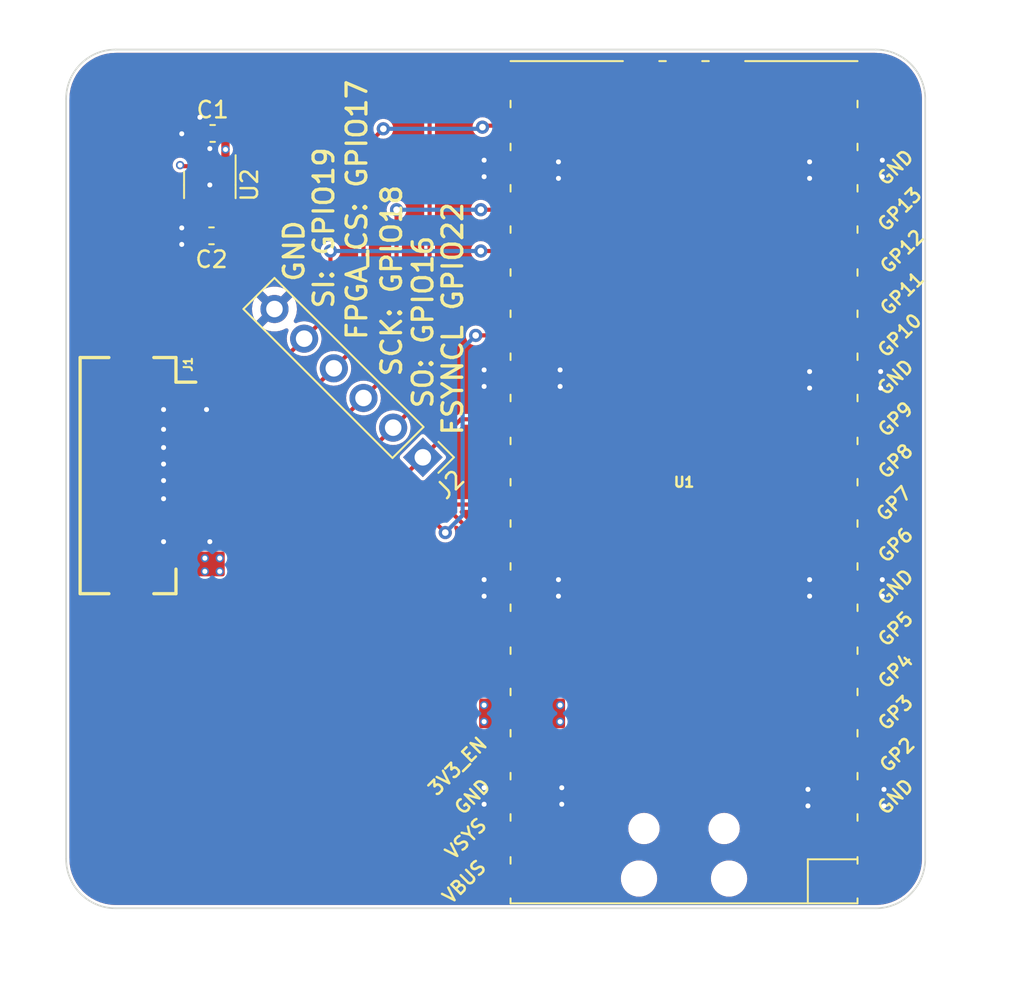
<source format=kicad_pcb>
(kicad_pcb (version 20211014) (generator pcbnew)
  (layers (0 "F.Cu" signal) (1 "In1.Cu" signal) (2 "In2.Cu" signal) (31 "B.Cu" signal) (34 "B.Paste" user) (35 "F.Paste" user) (36 "B.SilkS" user "B.Silkscreen") (37 "F.SilkS" user "F.Silkscreen") (38 "B.Mask" user) (39 "F.Mask" user) (44 "Edge.Cuts" user))
  (net 0 "")
  (net 1 "GND")
  (net 2 "+3V3")
  (net 3 "+1V2")
  (net 24 "+5V")
  (net 25 "VBUS")
  (net 27 "FPGA_SI")
  (net 28 "FPGA_CS")
  (net 29 "FPGA_SCK")
  (net 30 "FPGA_SO")
  (net 31 "FSYNC")
  (net 32 "FPGA_CDONE")
  (net 33 "FPGA_RST")
  (net 34 "IMU_CS")
  (net 35 "IMU1_INT")
  (footprint "Package_TO_SOT_SMD:SOT-23-5" (layer "F.Cu") (at 134.7 75.2 -90)
    (fp_text reference "U2" (at 0 -2.4 90) (layer "F.SilkS"))
    (fp_text value "LP5907MFX-1.2")
    (fp_line (start 0 1.56) (end 0.8 1.56) (layer "F.SilkS") (width 0.12))
    (fp_line (start 0 1.56) (end -0.8 1.56) (layer "F.SilkS") (width 0.12))
    (fp_line (start 0 -1.56) (end 0.8 -1.56) (layer "F.SilkS") (width 0.12))
    (fp_line (start 0 -1.56) (end -1.8 -1.56) (layer "F.SilkS") (width 0.12))
    (pad "1" smd roundrect (at -1.1375 -0.95 270) (size 1.325 0.6) (layers "F.Cu" "F.Paste" "F.Mask") (net 2 "+3V3"))
    (pad "2" smd roundrect (at -1.1375 0 270) (size 1.325 0.6) (layers "F.Cu" "F.Paste" "F.Mask") (net 1 "GND"))
    (pad "3" smd roundrect (at -1.1375 0.95 270) (size 1.325 0.6) (layers "F.Cu" "F.Paste" "F.Mask") (net 2 "+3V3"))
    (pad "4" smd roundrect (at 1.1375 0.95 270) (size 1.325 0.6) (layers "F.Cu" "F.Paste" "F.Mask"))
    (pad "5" smd roundrect (at 1.1375 -0.95 270) (size 1.325 0.6) (layers "F.Cu" "F.Paste" "F.Mask") (net 3 "+1V2"))
  )
  (footprint "Capacitor_SMD:C_0603_1608Metric" (layer "F.Cu") (at 134.8 78.28 180)
    (fp_text reference "C2" (at 0 -1.43) (layer "F.SilkS"))
    (fp_text value "4.7uF")
    (fp_line (start -0.14058 -0.51) (end 0.14058 -0.51) (layer "F.SilkS") (width 0.12))
    (fp_line (start -0.14058 0.51) (end 0.14058 0.51) (layer "F.SilkS") (width 0.12))
    (pad "1" smd roundrect (at -0.775 0 180) (size 0.9 0.95) (layers "F.Cu" "F.Paste" "F.Mask") (net 3 "+1V2"))
    (pad "2" smd roundrect (at 0.775 0 180) (size 0.9 0.95) (layers "F.Cu" "F.Paste" "F.Mask") (net 1 "GND"))
  )
  (footprint "Capacitor_SMD:C_0603_1608Metric" (layer "F.Cu") (at 134.87 72.08)
    (fp_text reference "C1" (at 0 -1.43) (layer "F.SilkS"))
    (fp_text value "4.7uF")
    (fp_line (start -0.14058 -0.51) (end 0.14058 -0.51) (layer "F.SilkS") (width 0.12))
    (fp_line (start -0.14058 0.51) (end 0.14058 0.51) (layer "F.SilkS") (width 0.12))
    (pad "1" smd roundrect (at -0.775 0) (size 0.9 0.95) (layers "F.Cu" "F.Paste" "F.Mask") (net 1 "GND"))
    (pad "2" smd roundrect (at 0.775 0) (size 0.9 0.95) (layers "F.Cu" "F.Paste" "F.Mask") (net 2 "+3V3"))
  )
  (footprint "Connector_FFC-FPC:Hirose_FH12-22S-0.5SH_1x22-1MP_P0.50mm_Horizontal" (layer "F.Cu") (at 131.35 92.8 -90)
    (fp_text reference "J1" (at -6.7375 -2.0375 90) (layer "F.SilkS") (effects (font (size 0.5 0.5))))
    (fp_text value "Conn_01x22_Shielded")
    (fp_line (start -5.66 -1.3) (end -5.66 -2.5) (layer "F.SilkS") (width 0.2))
    (fp_line (start -7.15 2.76) (end -7.15 4.5) (layer "F.SilkS") (width 0.2))
    (fp_line (start 5.66 -1.3) (end 7.15 -1.3) (layer "F.SilkS") (width 0.2))
    (fp_line (start -7.15 -1.3) (end -7.15 0.04) (layer "F.SilkS") (width 0.2))
    (fp_line (start 7.15 -1.3) (end 7.15 0.04) (layer "F.SilkS") (width 0.2))
    (fp_line (start -7.15 4.5) (end 7.15 4.5) (layer "F.SilkS") (width 0.2))
    (fp_line (start -5.66 -1.3) (end -7.15 -1.3) (layer "F.SilkS") (width 0.2))
    (fp_line (start 7.15 4.5) (end 7.15 2.76) (layer "F.SilkS") (width 0.2))
    (pad "1" smd rect (at -5.25 -1.85 270) (size 0.3 1.3) (layers "F.Cu" "F.Paste" "F.Mask") (net 3 "+1V2"))
    (pad "2" smd rect (at -4.75 -1.85 270) (size 0.3 1.3) (layers "F.Cu" "F.Paste" "F.Mask") (net 3 "+1V2"))
    (pad "3" smd rect (at -4.25 -1.85 270) (size 0.3 1.3) (layers "F.Cu" "F.Paste" "F.Mask") (net 1 "GND"))
    (pad "4" smd rect (at -3.75 -1.85 270) (size 0.3 1.3) (layers "F.Cu" "F.Paste" "F.Mask") (net 1 "GND"))
    (pad "5" smd rect (at -3.25 -1.85 270) (size 0.3 1.3) (layers "F.Cu" "F.Paste" "F.Mask") (net 27 "FPGA_SI"))
    (pad "6" smd rect (at -2.75 -1.85 270) (size 0.3 1.3) (layers "F.Cu" "F.Paste" "F.Mask") (net 1 "GND"))
    (pad "7" smd rect (at -2.25 -1.85 270) (size 0.3 1.3) (layers "F.Cu" "F.Paste" "F.Mask") (net 28 "FPGA_CS"))
    (pad "8" smd rect (at -1.75 -1.85 270) (size 0.3 1.3) (layers "F.Cu" "F.Paste" "F.Mask") (net 1 "GND"))
    (pad "9" smd rect (at -1.25 -1.85 270) (size 0.3 1.3) (layers "F.Cu" "F.Paste" "F.Mask") (net 29 "FPGA_SCK"))
    (pad "10" smd rect (at -0.75 -1.85 270) (size 0.3 1.3) (layers "F.Cu" "F.Paste" "F.Mask") (net 1 "GND"))
    (pad "11" smd rect (at -0.25 -1.85 270) (size 0.3 1.3) (layers "F.Cu" "F.Paste" "F.Mask") (net 30 "FPGA_SO"))
    (pad "12" smd rect (at 0.25 -1.85 270) (size 0.3 1.3) (layers "F.Cu" "F.Paste" "F.Mask") (net 1 "GND"))
    (pad "13" smd rect (at 0.75 -1.85 270) (size 0.3 1.3) (layers "F.Cu" "F.Paste" "F.Mask") (net 31 "FSYNC"))
    (pad "14" smd rect (at 1.25 -1.85 270) (size 0.3 1.3) (layers "F.Cu" "F.Paste" "F.Mask") (net 1 "GND"))
    (pad "15" smd rect (at 1.75 -1.85 270) (size 0.3 1.3) (layers "F.Cu" "F.Paste" "F.Mask") (net 32 "FPGA_CDONE"))
    (pad "16" smd rect (at 2.25 -1.85 270) (size 0.3 1.3) (layers "F.Cu" "F.Paste" "F.Mask") (net 33 "FPGA_RST"))
    (pad "17" smd rect (at 2.75 -1.85 270) (size 0.3 1.3) (layers "F.Cu" "F.Paste" "F.Mask") (net 34 "IMU_CS"))
    (pad "18" smd rect (at 3.25 -1.85 270) (size 0.3 1.3) (layers "F.Cu" "F.Paste" "F.Mask") (net 35 "IMU1_INT"))
    (pad "19" smd rect (at 3.75 -1.85 270) (size 0.3 1.3) (layers "F.Cu" "F.Paste" "F.Mask") (net 1 "GND"))
    (pad "20" smd rect (at 4.25 -1.85 270) (size 0.3 1.3) (layers "F.Cu" "F.Paste" "F.Mask") (net 1 "GND"))
    (pad "21" smd rect (at 4.75 -1.85 270) (size 0.3 1.3) (layers "F.Cu" "F.Paste" "F.Mask") (net 2 "+3V3"))
    (pad "22" smd rect (at 5.25 -1.85 270) (size 0.3 1.3) (layers "F.Cu" "F.Paste" "F.Mask") (net 2 "+3V3"))
    (pad "MP" smd rect (at -7.15 1.4 270) (size 1.8 2.2) (layers "F.Cu" "F.Paste" "F.Mask"))
    (pad "MP" smd rect (at 7.15 1.4 270) (size 1.8 2.2) (layers "F.Cu" "F.Paste" "F.Mask"))
  )
  (footprint "Connector_PinHeader_2.54mm:PinHeader_1x06_P2.54mm_Vertical" (layer "F.Cu") (at 147.592102 91.692102 -135)
    (fp_text reference "J2" (at 0 -2.33 45) (layer "F.SilkS"))
    (fp_text value "Conn_01x06")
    (fp_line (start -1.33 0) (end -1.33 -1.33) (layer "F.SilkS") (width 0.12))
    (fp_line (start -1.33 1.27) (end 1.33 1.27) (layer "F.SilkS") (width 0.12))
    (fp_line (start -1.33 14.03) (end 1.33 14.03) (layer "F.SilkS") (width 0.12))
    (fp_line (start -1.33 -1.33) (end 0 -1.33) (layer "F.SilkS") (width 0.12))
    (fp_line (start 1.33 1.27) (end 1.33 14.03) (layer "F.SilkS") (width 0.12))
    (fp_line (start -1.33 1.27) (end -1.33 14.03) (layer "F.SilkS") (width 0.12))
    (pad "1" thru_hole rect (at 0 0 225) (size 1.7 1.7) (drill 1) (layers *.Cu *.Mask) (net 31 "FSYNC"))
    (pad "2" thru_hole oval (at 0 2.54 225) (size 1.7 1.7) (drill 1) (layers *.Cu *.Mask) (net 30 "FPGA_SO"))
    (pad "3" thru_hole oval (at 0 5.08 225) (size 1.7 1.7) (drill 1) (layers *.Cu *.Mask) (net 29 "FPGA_SCK"))
    (pad "4" thru_hole oval (at 0 7.62 225) (size 1.7 1.7) (drill 1) (layers *.Cu *.Mask) (net 28 "FPGA_CS"))
    (pad "5" thru_hole oval (at 0 10.16 225) (size 1.7 1.7) (drill 1) (layers *.Cu *.Mask) (net 27 "FPGA_SI"))
    (pad "6" thru_hole oval (at 0 12.7 225) (size 1.7 1.7) (drill 1) (layers *.Cu *.Mask) (net 1 "GND"))
  )
  (footprint "MCU_RaspberryPi_and_Boards:RPi_Pico_SMD_TH" (layer "F.Cu") (at 163.4 93.2 180)
    (fp_text reference "U1" (at 0 0) (layer "F.SilkS") (effects (font (size 0.6 0.6) (thickness 0.2))))
    (fp_text value "Pico")
    (fp_text user "GP11" (at -13.2 11.43 45) (layer "F.SilkS") (effects (font (size 0.8 0.8))))
    (fp_text user "GND" (at 12.8 -19.05 45) (layer "F.SilkS") (effects (font (size 0.8 0.8))))
    (fp_text user "GP5" (at -12.8 -8.89 45) (layer "F.SilkS") (effects (font (size 0.8 0.8))))
    (fp_text user "VSYS" (at 13.2 -21.59 45) (layer "F.SilkS") (effects (font (size 0.8 0.8))))
    (fp_text user "3V3_EN" (at 13.7 -17.2 45) (layer "F.SilkS") (effects (font (size 0.8 0.8))))
    (fp_text user "GP12" (at -13.2 13.97 45) (layer "F.SilkS") (effects (font (size 0.8 0.8))))
    (fp_text user "GND" (at -12.8 -19.05 45) (layer "F.SilkS") (effects (font (size 0.8 0.8))))
    (fp_text user "GP8" (at -12.8 1.27 45) (layer "F.SilkS") (effects (font (size 0.8 0.8))))
    (fp_text user "GP10" (at -13.054 8.89 45) (layer "F.SilkS") (effects (font (size 0.8 0.8))))
    (fp_text user "GP2" (at -12.9 -16.51 45) (layer "F.SilkS") (effects (font (size 0.8 0.8))))
    (fp_text user "GP4" (at -12.8 -11.43 45) (layer "F.SilkS") (effects (font (size 0.8 0.8))))
    (fp_text user "GP13" (at -13.054 16.51 45) (layer "F.SilkS") (effects (font (size 0.8 0.8))))
    (fp_text user "GP3" (at -12.8 -13.97 45) (layer "F.SilkS") (effects (font (size 0.8 0.8))))
    (fp_text user "GP7" (at -12.7 -1.3 45) (layer "F.SilkS") (effects (font (size 0.8 0.8))))
    (fp_text user "GND" (at -12.8 -6.35 45) (layer "F.SilkS") (effects (font (size 0.8 0.8))))
    (fp_text user "GP6" (at -12.8 -3.81 45) (layer "F.SilkS") (effects (font (size 0.8 0.8))))
    (fp_text user "VBUS" (at 13.3 -24.2 45) (layer "F.SilkS") (effects (font (size 0.8 0.8))))
    (fp_text user "GP9" (at -12.8 3.81 45) (layer "F.SilkS") (effects (font (size 0.8 0.8))))
    (fp_text user "GND" (at -12.8 6.35 45) (layer "F.SilkS") (effects (font (size 0.8 0.8))))
    (fp_text user "GND" (at -12.8 19.05 45) (layer "F.SilkS") (effects (font (size 0.8 0.8))))
    (fp_line (start -10.5 -0.2) (end -10.5 0.2) (layer "F.SilkS") (width 0.12))
    (fp_line (start 10.5 20.1) (end 10.5 20.5) (layer "F.SilkS") (width 0.12))
    (fp_line (start 10.5 12.5) (end 10.5 12.9) (layer "F.SilkS") (width 0.12))
    (fp_line (start -10.5 4.9) (end -10.5 5.3) (layer "F.SilkS") (width 0.12))
    (fp_line (start 10.5 -0.2) (end 10.5 0.2) (layer "F.SilkS") (width 0.12))
    (fp_line (start -10.5 15.1) (end -10.5 15.5) (layer "F.SilkS") (width 0.12))
    (fp_line (start -10.5 -22.833) (end -7.493 -22.833) (layer "F.SilkS") (width 0.12))
    (fp_line (start 10.5 10) (end 10.5 10.4) (layer "F.SilkS") (width 0.12))
    (fp_line (start 10.5 4.9) (end 10.5 5.3) (layer "F.SilkS") (width 0.12))
    (fp_line (start -10.5 17.6) (end -10.5 18) (layer "F.SilkS") (width 0.12))
    (fp_line (start -7.493 -22.833) (end -7.493 -25.5) (layer "F.SilkS") (width 0.12))
    (fp_line (start 10.5 25.5) (end 3.7 25.5) (layer "F.SilkS") (width 0.12))
    (fp_line (start 10.5 -12.9) (end 10.5 -12.5) (layer "F.SilkS") (width 0.12))
    (fp_line (start 10.5 15.1) (end 10.5 15.5) (layer "F.SilkS") (width 0.12))
    (fp_line (start -10.5 -20.5) (end -10.5 -20.1) (layer "F.SilkS") (width 0.12))
    (fp_line (start 1.1 25.5) (end 1.5 25.5) (layer "F.SilkS") (width 0.12))
    (fp_line (start -10.5 -18) (end -10.5 -17.6) (layer "F.SilkS") (width 0.12))
    (fp_line (start -10.5 2.3) (end -10.5 2.7) (layer "F.SilkS") (width 0.12))
    (fp_line (start 10.5 17.6) (end 10.5 18) (layer "F.SilkS") (width 0.12))
    (fp_line (start 10.5 -10.4) (end 10.5 -10) (layer "F.SilkS") (width 0.12))
    (fp_line (start 10.5 -20.5) (end 10.5 -20.1) (layer "F.SilkS") (width 0.12))
    (fp_line (start -10.5 -5.3) (end -10.5 -4.9) (layer "F.SilkS") (width 0.12))
    (fp_line (start -10.5 12.5) (end -10.5 12.9) (layer "F.SilkS") (width 0.12))
    (fp_line (start -10.5 22.7) (end -10.5 23.1) (layer "F.SilkS") (width 0.12))
    (fp_line (start -10.5 -15.4) (end -10.5 -15) (layer "F.SilkS") (width 0.12))
    (fp_line (start -10.5 -2.7) (end -10.5 -2.3) (layer "F.SilkS") (width 0.12))
    (fp_line (start -10.5 20.1) (end -10.5 20.5) (layer "F.SilkS") (width 0.12))
    (fp_line (start 10.5 -5.3) (end 10.5 -4.9) (layer "F.SilkS") (width 0.12))
    (fp_line (start 10.5 -23.1) (end 10.5 -22.7) (layer "F.SilkS") (width 0.12))
    (fp_line (start 10.5 -15.4) (end 10.5 -15) (layer "F.SilkS") (width 0.12))
    (fp_line (start -1.5 25.5) (end -1.1 25.5) (layer "F.SilkS") (width 0.12))
    (fp_line (start -10.5 7.4) (end -10.5 7.8) (layer "F.SilkS") (width 0.12))
    (fp_line (start 10.5 -7.8) (end 10.5 -7.4) (layer "F.SilkS") (width 0.12))
    (fp_line (start -10.5 -25.5) (end 10.5 -25.5) (layer "F.SilkS") (width 0.12))
    (fp_line (start 10.5 -2.7) (end 10.5 -2.3) (layer "F.SilkS") (width 0.12))
    (fp_line (start 10.5 22.7) (end 10.5 23.1) (layer "F.SilkS") (width 0.12))
    (fp_line (start 10.5 7.4) (end 10.5 7.8) (layer "F.SilkS") (width 0.12))
    (fp_line (start -10.5 -7.8) (end -10.5 -7.4) (layer "F.SilkS") (width 0.12))
    (fp_line (start -3.7 25.5) (end -10.5 25.5) (layer "F.SilkS") (width 0.12))
    (fp_line (start 10.5 2.3) (end 10.5 2.7) (layer "F.SilkS") (width 0.12))
    (fp_line (start 10.5 -18) (end 10.5 -17.6) (layer "F.SilkS") (width 0.12))
    (fp_line (start -10.5 10) (end -10.5 10.4) (layer "F.SilkS") (width 0.12))
    (fp_line (start -10.5 -10.4) (end -10.5 -10) (layer "F.SilkS") (width 0.12))
    (fp_line (start -10.5 -23.1) (end -10.5 -22.7) (layer "F.SilkS") (width 0.12))
    (fp_line (start -10.5 -12.9) (end -10.5 -12.5) (layer "F.SilkS") (width 0.12))
    (fp_line (start -10.5 -25.5) (end -10.5 -25.2) (layer "F.SilkS") (width 0.12))
    (fp_line (start 10.5 -25.5) (end 10.5 -25.2) (layer "F.SilkS") (width 0.12))
    (pad "" np_thru_hole oval (at 2.725 -24 180) (size 1.8 1.8) (drill 1.8) (layers F&B.Cu *.Mask))
    (pad "" np_thru_hole oval (at 2.425 -20.97 180) (size 1.5 1.5) (drill 1.5) (layers F&B.Cu *.Mask))
    (pad "" np_thru_hole oval (at -2.425 -20.97 180) (size 1.5 1.5) (drill 1.5) (layers F&B.Cu *.Mask))
    (pad "" np_thru_hole oval (at -2.725 -24 180) (size 1.8 1.8) (drill 1.8) (layers F&B.Cu *.Mask))
    (pad "1" smd rect (at -8.89 -24.13 180) (size 3.5 1.7) (drill (offset -0.9 0)) (layers "F.Cu" "F.Mask"))
    (pad "2" smd rect (at -8.89 -21.59 180) (size 3.5 1.7) (drill (offset -0.9 0)) (layers "F.Cu" "F.Mask"))
    (pad "3" smd rect (at -8.89 -19.05 180) (size 3.5 1.7) (drill (offset -0.9 0)) (layers "F.Cu" "F.Mask") (net 1 "GND"))
    (pad "4" smd rect (at -8.89 -16.51 180) (size 3.5 1.7) (drill (offset -0.9 0)) (layers "F.Cu" "F.Mask"))
    (pad "5" smd rect (at -8.89 -13.97 180) (size 3.5 1.7) (drill (offset -0.9 0)) (layers "F.Cu" "F.Mask"))
    (pad "6" smd rect (at -8.89 -11.43 180) (size 3.5 1.7) (drill (offset -0.9 0)) (layers "F.Cu" "F.Mask"))
    (pad "7" smd rect (at -8.89 -8.89 180) (size 3.5 1.7) (drill (offset -0.9 0)) (layers "F.Cu" "F.Mask"))
    (pad "8" smd rect (at -8.89 -6.35 180) (size 3.5 1.7) (drill (offset -0.9 0)) (layers "F.Cu" "F.Mask") (net 1 "GND"))
    (pad "9" smd rect (at -8.89 -3.81 180) (size 3.5 1.7) (drill (offset -0.9 0)) (layers "F.Cu" "F.Mask"))
    (pad "10" smd rect (at -8.89 -1.27 180) (size 3.5 1.7) (drill (offset -0.9 0)) (layers "F.Cu" "F.Mask"))
    (pad "11" smd rect (at -8.89 1.27 180) (size 3.5 1.7) (drill (offset -0.9 0)) (layers "F.Cu" "F.Mask"))
    (pad "12" smd rect (at -8.89 3.81 180) (size 3.5 1.7) (drill (offset -0.9 0)) (layers "F.Cu" "F.Mask"))
    (pad "13" smd rect (at -8.89 6.35 180) (size 3.5 1.7) (drill (offset -0.9 0)) (layers "F.Cu" "F.Mask") (net 1 "GND"))
    (pad "14" smd rect (at -8.89 8.89 180) (size 3.5 1.7) (drill (offset -0.9 0)) (layers "F.Cu" "F.Mask"))
    (pad "15" smd rect (at -8.89 11.43 180) (size 3.5 1.7) (drill (offset -0.9 0)) (layers "F.Cu" "F.Mask"))
    (pad "16" smd rect (at -8.89 13.97 180) (size 3.5 1.7) (drill (offset -0.9 0)) (layers "F.Cu" "F.Mask"))
    (pad "17" smd rect (at -8.89 16.51 180) (size 3.5 1.7) (drill (offset -0.9 0)) (layers "F.Cu" "F.Mask"))
    (pad "18" smd rect (at -8.89 19.05 180) (size 3.5 1.7) (drill (offset -0.9 0)) (layers "F.Cu" "F.Mask") (net 1 "GND"))
    (pad "19" smd rect (at -8.89 21.59 180) (size 3.5 1.7) (drill (offset -0.9 0)) (layers "F.Cu" "F.Mask"))
    (pad "20" smd rect (at -8.89 24.13 180) (size 3.5 1.7) (drill (offset -0.9 0)) (layers "F.Cu" "F.Mask"))
    (pad "21" smd rect (at 8.89 24.13 180) (size 3.5 1.7) (drill (offset 0.9 0)) (layers "F.Cu" "F.Mask") (net 30 "FPGA_SO"))
    (pad "22" smd rect (at 8.89 21.59 180) (size 3.5 1.7) (drill (offset 0.9 0)) (layers "F.Cu" "F.Mask") (net 28 "FPGA_CS"))
    (pad "23" smd rect (at 8.89 19.05 180) (size 3.5 1.7) (drill (offset 0.9 0)) (layers "F.Cu" "F.Mask") (net 1 "GND"))
    (pad "24" smd rect (at 8.89 16.51 180) (size 3.5 1.7) (drill (offset 0.9 0)) (layers "F.Cu" "F.Mask") (net 29 "FPGA_SCK"))
    (pad "25" smd rect (at 8.89 13.97 180) (size 3.5 1.7) (drill (offset 0.9 0)) (layers "F.Cu" "F.Mask") (net 27 "FPGA_SI"))
    (pad "26" smd rect (at 8.89 11.43 180) (size 3.5 1.7) (drill (offset 0.9 0)) (layers "F.Cu" "F.Mask"))
    (pad "27" smd rect (at 8.89 8.89 180) (size 3.5 1.7) (drill (offset 0.9 0)) (layers "F.Cu" "F.Mask") (net 34 "IMU_CS"))
    (pad "28" smd rect (at 8.89 6.35 180) (size 3.5 1.7) (drill (offset 0.9 0)) (layers "F.Cu" "F.Mask") (net 1 "GND"))
    (pad "29" smd rect (at 8.89 3.81 180) (size 3.5 1.7) (drill (offset 0.9 0)) (layers "F.Cu" "F.Mask") (net 31 "FSYNC"))
    (pad "30" smd rect (at 8.89 1.27 180) (size 3.5 1.7) (drill (offset 0.9 0)) (layers "F.Cu" "F.Mask"))
    (pad "31" smd rect (at 8.89 -1.27 180) (size 3.5 1.7) (drill (offset 0.9 0)) (layers "F.Cu" "F.Mask") (net 32 "FPGA_CDONE"))
    (pad "32" smd rect (at 8.89 -3.81 180) (size 3.5 1.7) (drill (offset 0.9 0)) (layers "F.Cu" "F.Mask") (net 33 "FPGA_RST"))
    (pad "33" smd rect (at 8.89 -6.35 180) (size 3.5 1.7) (drill (offset 0.9 0)) (layers "F.Cu" "F.Mask") (net 1 "GND"))
    (pad "34" smd rect (at 8.89 -8.89 180) (size 3.5 1.7) (drill (offset 0.9 0)) (layers "F.Cu" "F.Mask") (net 35 "IMU1_INT"))
    (pad "35" smd rect (at 8.89 -11.43 180) (size 3.5 1.7) (drill (offset 0.9 0)) (layers "F.Cu" "F.Mask"))
    (pad "36" smd rect (at 8.89 -13.97 180) (size 3.5 1.7) (drill (offset 0.9 0)) (layers "F.Cu" "F.Mask") (net 2 "+3V3"))
    (pad "37" smd rect (at 8.89 -16.51 180) (size 3.5 1.7) (drill (offset 0.9 0)) (layers "F.Cu" "F.Mask"))
    (pad "38" smd rect (at 8.89 -19.05 180) (size 3.5 1.7) (drill (offset 0.9 0)) (layers "F.Cu" "F.Mask") (net 1 "GND"))
    (pad "39" smd rect (at 8.89 -21.59 180) (size 3.5 1.7) (drill (offset 0.9 0)) (layers "F.Cu" "F.Mask") (net 24 "+5V"))
    (pad "40" smd rect (at 8.89 -24.13 180) (size 3.5 1.7) (drill (offset 0.9 0)) (layers "F.Cu" "F.Mask") (net 25 "VBUS"))
  )
  (gr_arc (start 129 119) (mid 126.87868 118.12132) (end 126 116) (layer "Edge.Cuts") (width 0.1))
  (gr_line (start 178 116) (end 178 70) (layer "Edge.Cuts") (width 0.1))
  (gr_line (start 129 119) (end 175 119) (layer "Edge.Cuts") (width 0.1))
  (gr_arc (start 175 67) (mid 177.12132 67.87868) (end 178 70) (layer "Edge.Cuts") (width 0.1))
  (gr_line (start 126 116) (end 126 70) (layer "Edge.Cuts") (width 0.1))
  (gr_arc (start 126 70) (mid 126.87868 67.87868) (end 129 67) (layer "Edge.Cuts") (width 0.1))
  (gr_arc (start 178 116) (mid 177.12132 118.12132) (end 175 119) (layer "Edge.Cuts") (width 0.1))
  (gr_line (start 129 67) (end 175 67) (layer "Edge.Cuts") (width 0.1))
  (gr_text "SI: GPIO19" (at 141.6 77.8 90) (layer "F.SilkS") (effects (font (size 1.2 1.2) (thickness 0.2))))
  (gr_text "SCK: GPIO18" (at 145.7 81 90) (layer "F.SilkS") (effects (font (size 1.2 1.2) (thickness 0.2))))
  (gr_text "SO: GPIO16" (at 147.6 83.5 90) (layer "F.SilkS") (effects (font (size 1.2 1.2) (thickness 0.2))))
  (gr_text "GND" (at 139.8 79.2 90) (layer "F.SilkS") (effects (font (size 1.2 1.2) (thickness 0.2))))
  (gr_text "FSYNCL GPIO22" (at 149.4 83.3 90) (layer "F.SilkS") (effects (font (size 1.2 1.2) (thickness 0.2))))
  (gr_text "FPGA_CS: GPIO17" (at 143.6 76.7 90) (layer "F.SilkS") (effects (font (size 1.2 1.2) (thickness 0.2))))
  (via (at 151.3 112.7) (size 0.5032) (drill 0.3) (layers "F.Cu" "B.Cu") (net 1))
  (via (at 151.3 74.7) (size 0.5032) (drill 0.3) (layers "F.Cu" "B.Cu") (net 1))
  (via (at 175.3 86.5) (size 0.5032) (drill 0.3) (layers "F.Cu" "B.Cu") (net 1))
  (via (at 155.8 99.1) (size 0.5032) (drill 0.3) (layers "F.Cu" "B.Cu") (net 1))
  (via (at 175.4 74.7) (size 0.5032) (drill 0.3) (layers "F.Cu" "B.Cu") (net 1))
  (via (at 171 86.5) (size 0.5032) (drill 0.3) (layers "F.Cu" "B.Cu") (net 1))
  (via (at 134.1 71.1) (size 0.5032) (drill 0.3) (layers "F.Cu" "B.Cu") (net 1))
  (via (at 175.4 100.1) (size 0.5032) (drill 0.3) (layers "F.Cu" "B.Cu") (net 1))
  (via (at 155.8 100.1) (size 0.5032) (drill 0.3) (layers "F.Cu" "B.Cu") (net 1))
  (via (at 156 111.7) (size 0.5032) (drill 0.3) (layers "F.Cu" "B.Cu") (net 1))
  (via (at 171 74.8) (size 0.5032) (drill 0.3) (layers "F.Cu" "B.Cu") (net 1))
  (via (at 155.8 73.8) (size 0.5032) (drill 0.3) (layers "F.Cu" "B.Cu") (net 1))
  (via (at 134.7 73) (size 0.5032) (drill 0.3) (layers "F.Cu" "B.Cu") (net 1))
  (via (at 134.5 88.8) (size 0.5032) (drill 0.3) (layers "F.Cu" "B.Cu") (net 1))
  (via (at 133 72.1) (size 0.5032) (drill 0.3) (layers "F.Cu" "B.Cu") (net 1))
  (via (at 151.3 86.4) (size 0.5032) (drill 0.3) (layers "F.Cu" "B.Cu") (net 1))
  (via (at 155.9 87.4) (size 0.5032) (drill 0.3) (layers "F.Cu" "B.Cu") (net 1))
  (via (at 151.3 111.7) (size 0.5032) (drill 0.3) (layers "F.Cu" "B.Cu") (net 1))
  (via (at 156 112.7) (size 0.5032) (drill 0.3) (layers "F.Cu" "B.Cu") (net 1))
  (via (at 131.9 94.2) (size 0.5032) (drill 0.3) (layers "F.Cu" "B.Cu") (net 1))
  (via (at 131.9 91.1) (size 0.5032) (drill 0.3) (layers "F.Cu" "B.Cu") (net 1))
  (via (at 171 87.5) (size 0.5032) (drill 0.3) (layers "F.Cu" "B.Cu") (net 1))
  (via (at 175.4 99.1) (size 0.5032) (drill 0.3) (layers "F.Cu" "B.Cu") (net 1))
  (via (at 170.9 112.8) (size 0.5032) (drill 0.3) (layers "F.Cu" "B.Cu") (net 1))
  (via (at 175.4 73.7) (size 0.5032) (drill 0.3) (layers "F.Cu" "B.Cu") (net 1))
  (via (at 131.9 92.1) (size 0.5032) (drill 0.3) (layers "F.Cu" "B.Cu") (net 1))
  (via (at 175.3 87.5) (size 0.5032) (drill 0.3) (layers "F.Cu" "B.Cu") (net 1))
  (via (at 131.9 88.8) (size 0.5032) (drill 0.3) (layers "F.Cu" "B.Cu") (net 1))
  (via (at 155.9 86.4) (size 0.5032) (drill 0.3) (layers "F.Cu" "B.Cu") (net 1))
  (via (at 155.8 74.8) (size 0.5032) (drill 0.3) (layers "F.Cu" "B.Cu") (net 1))
  (via (at 151.3 99.1) (size 0.5032) (drill 0.3) (layers "F.Cu" "B.Cu") (net 1))
  (via (at 134.7 75.2) (size 0.5032) (drill 0.3) (layers "F.Cu" "B.Cu") (net 1))
  (via (at 171 99.1) (size 0.5032) (drill 0.3) (layers "F.Cu" "B.Cu") (net 1))
  (via (at 131.9 90) (size 0.5032) (drill 0.3) (layers "F.Cu" "B.Cu") (net 1))
  (via (at 151.3 100.1) (size 0.5032) (drill 0.3) (layers "F.Cu" "B.Cu") (net 1))
  (via (at 175.5 112.8) (size 0.5032) (drill 0.3) (layers "F.Cu" "B.Cu") (net 1))
  (via (at 133 78.8) (size 0.5032) (drill 0.3) (layers "F.Cu" "B.Cu") (net 1))
  (via (at 151.3 73.7) (size 0.5032) (drill 0.3) (layers "F.Cu" "B.Cu") (net 1))
  (via (at 175.5 111.8) (size 0.5032) (drill 0.3) (layers "F.Cu" "B.Cu") (net 1))
  (via (at 131.9 93.1) (size 0.5032) (drill 0.3) (layers "F.Cu" "B.Cu") (net 1))
  (via (at 134.7 96.8) (size 0.5032) (drill 0.3) (layers "F.Cu" "B.Cu") (net 1))
  (via (at 171 100.1) (size 0.5032) (drill 0.3) (layers "F.Cu" "B.Cu") (net 1))
  (via (at 171 73.8) (size 0.5032) (drill 0.3) (layers "F.Cu" "B.Cu") (net 1))
  (via (at 133 77.8) (size 0.5032) (drill 0.3) (layers "F.Cu" "B.Cu") (net 1))
  (via (at 131.9 96.8) (size 0.5032) (drill 0.3) (layers "F.Cu" "B.Cu") (net 1))
  (via (at 170.9 111.8) (size 0.5032) (drill 0.3) (layers "F.Cu" "B.Cu") (net 1))
  (via (at 151.3 87.4) (size 0.5032) (drill 0.3) (layers "F.Cu" "B.Cu") (net 1))
  (segment (start 133.75 74.0625) (end 132.9625 74.0625) (width 0.25) (layer "F.Cu") (net 2))
  (segment (start 135.645 74.0575) (end 135.65 74.0625) (width 0.5) (layer "F.Cu") (net 2))
  (segment (start 135.645 72.08) (end 135.645 74.0575) (width 0.5) (layer "F.Cu") (net 2))
  (segment (start 132.9625 74.0625) (end 132.9 74) (width 0.25) (layer "F.Cu") (net 2))
  (via (at 134.4 97.8) (size 0.5032) (drill 0.3) (layers "F.Cu" "B.Cu") (net 2))
  (via (at 132.9 74) (size 0.5032) (drill 0.3) (layers "F.Cu" "B.Cu") (net 2))
  (via (at 151.3 107.7) (size 0.5032) (drill 0.3) (layers "F.Cu" "B.Cu") (net 2))
  (via (at 135.65 73.05) (size 0.5032) (drill 0.3) (layers "F.Cu" "B.Cu") (net 2))
  (via (at 151.3 106.7) (size 0.5032) (drill 0.3) (layers "F.Cu" "B.Cu") (net 2))
  (via (at 155.9 106.7) (size 0.5032) (drill 0.3) (layers "F.Cu" "B.Cu") (net 2))
  (via (at 155.9 107.7) (size 0.5032) (drill 0.3) (layers "F.Cu" "B.Cu") (net 2))
  (via (at 134.4 98.6) (size 0.5032) (drill 0.3) (layers "F.Cu" "B.Cu") (net 2))
  (via (at 135.3 97.8) (size 0.5032) (drill 0.3) (layers "F.Cu" "B.Cu") (net 2))
  (via (at 135.3 98.6) (size 0.5032) (drill 0.3) (layers "F.Cu" "B.Cu") (net 2))
  (segment (start 135.575 76.4125) (end 135.575 86.925) (width 1) (layer "F.Cu") (net 3))
  (segment (start 135.575 78.28) (end 135.65 78.205) (width 0.5) (layer "F.Cu") (net 3))
  (segment (start 135.65 78.205) (end 135.65 76.3375) (width 0.5) (layer "F.Cu") (net 3))
  (segment (start 134.8 87.7) (end 133.8 87.7) (width 1) (layer "F.Cu") (net 3))
  (segment (start 135.575 86.925) (end 134.8 87.7) (width 1) (layer "F.Cu") (net 3))
  (segment (start 135.65 86.05) (end 135.65 78.355) (width 0.5) (layer "F.Cu") (net 3))
  (segment (start 133.5 87.8) (end 133.9 87.8) (width 0.5) (layer "F.Cu") (net 3))
  (segment (start 135.65 78.355) (end 135.575 78.28) (width 0.5) (layer "F.Cu") (net 3))
  (segment (start 151.1 79.2) (end 154.48 79.2) (width 0.25) (layer "F.Cu") (net 27))
  (segment (start 142 82.915794) (end 135.365794 89.55) (width 0.25) (layer "F.Cu") (net 27))
  (segment (start 135.365794 89.55) (end 133.2 89.55) (width 0.25) (layer "F.Cu") (net 27))
  (segment (start 154.48 79.2) (end 154.51 79.23) (width 0.25) (layer "F.Cu") (net 27))
  (segment (start 142 79.2) (end 142 82.915794) (width 0.25) (layer "F.Cu") (net 27))
  (via (at 151.1 79.2) (size 0.8) (drill 0.4) (layers "F.Cu" "B.Cu") (net 27))
  (via (at 142 79.2) (size 0.8) (drill 0.4) (layers "F.Cu" "B.Cu") (net 27))
  (segment (start 142 79.2) (end 151.1 79.2) (width 0.25) (layer "B.Cu") (net 27))
  (segment (start 137.957896 90.55) (end 144 84.507896) (width 0.25) (layer "F.Cu") (net 28))
  (segment (start 151.29 71.61) (end 154.51 71.61) (width 0.25) (layer "F.Cu") (net 28))
  (segment (start 144 84.507896) (end 144 73) (width 0.25) (layer "F.Cu") (net 28))
  (segment (start 144 73) (end 145.2 71.8) (width 0.25) (layer "F.Cu") (net 28))
  (segment (start 151.2 71.7) (end 151.29 71.61) (width 0.25) (layer "F.Cu") (net 28))
  (segment (start 133.2 90.55) (end 137.957896 90.55) (width 0.25) (layer "F.Cu") (net 28))
  (via (at 151.2 71.7) (size 0.8) (drill 0.4) (layers "F.Cu" "B.Cu") (net 28))
  (via (at 145.2 71.8) (size 0.8) (drill 0.4) (layers "F.Cu" "B.Cu") (net 28))
  (segment (start 145.2 71.8) (end 151.1 71.8) (width 0.25) (layer "B.Cu") (net 28))
  (segment (start 151.1 71.8) (end 151.2 71.7) (width 0.25) (layer "B.Cu") (net 28))
  (segment (start 140.55 91.55) (end 133.2 91.55) (width 0.25) (layer "F.Cu") (net 29))
  (segment (start 146 86.1) (end 140.55 91.55) (width 0.25) (layer "F.Cu") (net 29))
  (segment (start 151.1 76.7) (end 154.5 76.7) (width 0.25) (layer "F.Cu") (net 29))
  (segment (start 154.5 76.7) (end 154.51 76.69) (width 0.25) (layer "F.Cu") (net 29))
  (segment (start 146 76.7) (end 146 86.1) (width 0.25) (layer "F.Cu") (net 29))
  (via (at 151.1 76.7) (size 0.8) (drill 0.4) (layers "F.Cu" "B.Cu") (net 29))
  (via (at 146 76.7) (size 0.8) (drill 0.4) (layers "F.Cu" "B.Cu") (net 29))
  (segment (start 146 76.7) (end 151.1 76.7) (width 0.25) (layer "B.Cu") (net 29))
  (segment (start 154.51 69.07) (end 150.23 69.07) (width 0.25) (layer "F.Cu") (net 30))
  (segment (start 150.23 69.07) (end 148 71.3) (width 0.25) (layer "F.Cu") (net 30))
  (segment (start 148 87.692102) (end 143.142102 92.55) (width 0.25) (layer "F.Cu") (net 30))
  (segment (start 143.142102 92.55) (end 133.2 92.55) (width 0.25) (layer "F.Cu") (net 30))
  (segment (start 148 71.3) (end 148 87.692102) (width 0.25) (layer "F.Cu") (net 30))
  (segment (start 145.734204 93.55) (end 149.894204 89.39) (width 0.25) (layer "F.Cu") (net 31))
  (segment (start 133.2 93.55) (end 145.734204 93.55) (width 0.25) (layer "F.Cu") (net 31))
  (segment (start 149.894204 89.39) (end 154.51 89.39) (width 0.25) (layer "F.Cu") (net 31))
  (segment (start 154.43 94.55) (end 154.51 94.47) (width 0.25) (layer "F.Cu") (net 32))
  (segment (start 133.2 94.55) (end 154.43 94.55) (width 0.25) (layer "F.Cu") (net 32))
  (segment (start 151.31 97.01) (end 154.51 97.01) (width 0.25) (layer "F.Cu") (net 33))
  (segment (start 149.35 95.05) (end 151.31 97.01) (width 0.25) (layer "F.Cu") (net 33))
  (segment (start 133.2 95.05) (end 149.35 95.05) (width 0.25) (layer "F.Cu") (net 33))
  (segment (start 150.79 84.31) (end 154.51 84.31) (width 0.25) (layer "F.Cu") (net 34))
  (segment (start 148.95 96.25) (end 148.25 95.55) (width 0.25) (layer "F.Cu") (net 34))
  (segment (start 148.25 95.55) (end 133.2 95.55) (width 0.25) (layer "F.Cu") (net 34))
  (via (at 148.95 96.25) (size 0.8) (drill 0.4) (layers "F.Cu" "B.Cu") (net 34))
  (via (at 150.79 84.31) (size 0.8) (drill 0.4) (layers "F.Cu" "B.Cu") (net 34))
  (segment (start 148.95 96.25) (end 150 95.2) (width 0.25) (layer "B.Cu") (net 34))
  (segment (start 150 85.1) (end 150.79 84.31) (width 0.25) (layer "B.Cu") (net 34))
  (segment (start 150 95.2) (end 150 85.1) (width 0.25) (layer "B.Cu") (net 34))
  (segment (start 143.05 96.05) (end 149.09 102.09) (width 0.25) (layer "F.Cu") (net 35))
  (segment (start 149.09 102.09) (end 154.51 102.09) (width 0.25) (layer "F.Cu") (net 35))
  (segment (start 133.2 96.05) (end 143.05 96.05) (width 0.25) (layer "F.Cu") (net 35))
  (zone (net 1) (net_name "GND") (layers "F.Cu" "In1.Cu" "B.Cu") (connect_pads thru_hole_only (clearance 0.2)) (min_thickness 0.254) (fill yes (thermal_gap 0.508) (thermal_bridge_width 0.508))
    (polygon (pts (xy 184 125) (xy 122 125) (xy 122 64) (xy 184 64)))
  )
  (zone (net 3) (net_name "+1V2") (layer "F.Cu") (priority 1) (connect_pads yes (clearance 0.2)) (min_thickness 0.254) (fill yes (thermal_gap 0.508) (thermal_bridge_width 0.508))
    (polygon (pts (xy 134.5 88.2) (xy 132.4 88.2) (xy 132.4 87.2) (xy 134.5 87.2)))
  )
  (zone (net 2) (net_name "+3V3") (layer "F.Cu") (priority 1) (connect_pads yes (clearance 0.2)) (min_thickness 0.254) (fill yes (thermal_gap 0.508) (thermal_bridge_width 0.508))
    (polygon (pts (xy 156.2 108.1) (xy 151 108.1) (xy 151 106.3) (xy 156.2 106.3)))
  )
  (zone (net 2) (net_name "+3V3") (layer "F.Cu") (priority 1) (connect_pads yes (clearance 0.2)) (min_thickness 0.254) (fill yes (thermal_gap 0.508) (thermal_bridge_width 0.508))
    (polygon (pts (xy 135.6 98.9) (xy 132.5 98.9) (xy 132.5 97.4) (xy 135.6 97.4)))
  )
)
</source>
